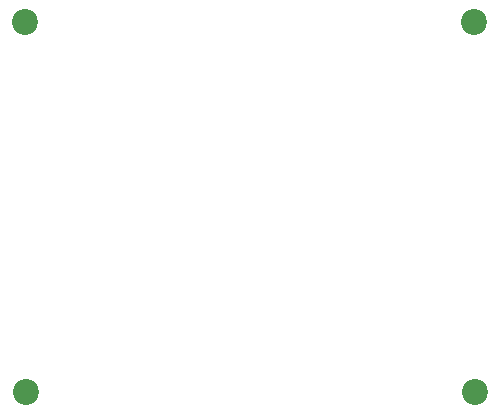
<source format=gbr>
%TF.GenerationSoftware,KiCad,Pcbnew,8.0.1*%
%TF.CreationDate,2024-11-21T22:20:50+00:00*%
%TF.ProjectId,Heating Element,48656174-696e-4672-9045-6c656d656e74,1*%
%TF.SameCoordinates,Original*%
%TF.FileFunction,NonPlated,1,2,NPTH,Drill*%
%TF.FilePolarity,Positive*%
%FSLAX46Y46*%
G04 Gerber Fmt 4.6, Leading zero omitted, Abs format (unit mm)*
G04 Created by KiCad (PCBNEW 8.0.1) date 2024-11-21 22:20:50*
%MOMM*%
%LPD*%
G01*
G04 APERTURE LIST*
%TA.AperFunction,ComponentDrill*%
%ADD10C,2.200000*%
%TD*%
G04 APERTURE END LIST*
D10*
%TO.C,H1*%
X99009200Y-80467200D03*
%TO.C,H3*%
X99109200Y-111763200D03*
%TO.C,H2*%
X137058400Y-80467200D03*
%TO.C,H4*%
X137158400Y-111763200D03*
M02*

</source>
